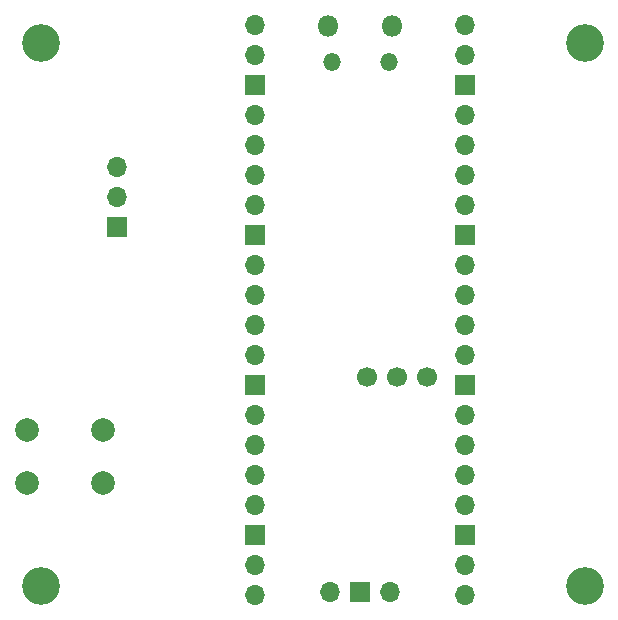
<source format=gbr>
%TF.GenerationSoftware,KiCad,Pcbnew,7.0.8*%
%TF.CreationDate,2023-10-07T15:52:59+09:00*%
%TF.ProjectId,KiCad,4b694361-642e-46b6-9963-61645f706362,rev?*%
%TF.SameCoordinates,PX41cdb40PY67f3540*%
%TF.FileFunction,Soldermask,Bot*%
%TF.FilePolarity,Negative*%
%FSLAX46Y46*%
G04 Gerber Fmt 4.6, Leading zero omitted, Abs format (unit mm)*
G04 Created by KiCad (PCBNEW 7.0.8) date 2023-10-07 15:52:59*
%MOMM*%
%LPD*%
G01*
G04 APERTURE LIST*
%ADD10R,1.700000X1.700000*%
%ADD11O,1.700000X1.700000*%
%ADD12C,3.200000*%
%ADD13O,1.800000X1.800000*%
%ADD14O,1.500000X1.500000*%
%ADD15C,1.700000*%
%ADD16C,2.000000*%
G04 APERTURE END LIST*
D10*
%TO.C,J2*%
X10375000Y34400000D03*
D11*
X10375000Y36940000D03*
X10375000Y39480000D03*
%TD*%
D12*
%TO.C,H2*%
X4000000Y50000000D03*
%TD*%
D13*
%TO.C,U1*%
X28275000Y51400000D03*
D14*
X28575000Y48370000D03*
X33425000Y48370000D03*
D13*
X33725000Y51400000D03*
D11*
X22110000Y51530000D03*
X22110000Y48990000D03*
D10*
X22110000Y46450000D03*
D11*
X22110000Y43910000D03*
X22110000Y41370000D03*
X22110000Y38830000D03*
X22110000Y36290000D03*
D10*
X22110000Y33750000D03*
D11*
X22110000Y31210000D03*
X22110000Y28670000D03*
X22110000Y26130000D03*
X22110000Y23590000D03*
D10*
X22110000Y21050000D03*
D11*
X22110000Y18510000D03*
X22110000Y15970000D03*
X22110000Y13430000D03*
X22110000Y10890000D03*
D10*
X22110000Y8350000D03*
D11*
X22110000Y5810000D03*
X22110000Y3270000D03*
X39890000Y3270000D03*
X39890000Y5810000D03*
D10*
X39890000Y8350000D03*
D11*
X39890000Y10890000D03*
X39890000Y13430000D03*
X39890000Y15970000D03*
X39890000Y18510000D03*
D10*
X39890000Y21050000D03*
D11*
X39890000Y23590000D03*
X39890000Y26130000D03*
X39890000Y28670000D03*
X39890000Y31210000D03*
D10*
X39890000Y33750000D03*
D11*
X39890000Y36290000D03*
X39890000Y38830000D03*
X39890000Y41370000D03*
X39890000Y43910000D03*
D10*
X39890000Y46450000D03*
D11*
X39890000Y48990000D03*
X39890000Y51530000D03*
X28460000Y3500000D03*
D15*
X31550000Y21700000D03*
D10*
X31000000Y3500000D03*
D15*
X34100000Y21700000D03*
D11*
X33540000Y3500000D03*
D15*
X36650000Y21700000D03*
%TD*%
D16*
%TO.C,SW1*%
X2750000Y17250000D03*
X9250000Y17250000D03*
X2750000Y12750000D03*
X9250000Y12750000D03*
%TD*%
D12*
%TO.C,H4*%
X50000000Y4000000D03*
%TD*%
%TO.C,H1*%
X50000000Y50000000D03*
%TD*%
%TO.C,H3*%
X4000000Y4000000D03*
%TD*%
M02*

</source>
